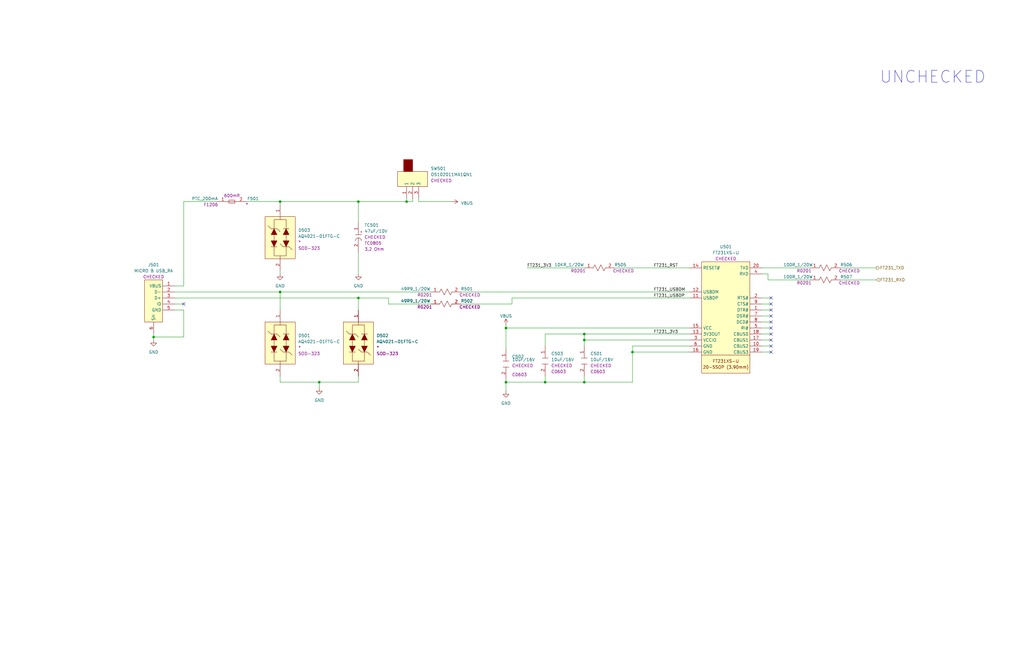
<source format=kicad_sch>
(kicad_sch (version 20230121) (generator eeschema)
  (paper "B")
  (lib_symbols
    (symbol "_SCHLIB_HotPlate:CAP_10uF/16V-C0603"
      (property "Reference" "C" (at 2.54 3.81 0))
      (property "Value" "10uF{slash}16V" (at 2.54 6.35 0))
      (property "SCH CHECK" "CHECKED" (at 2.54 21.59 0))
      (property "Package" "C0603" (at 2.54 24.13 0))
      (symbol "CAP_10uF/16V-C0603_0_0"
        (polyline (pts (xy 5.08 1.27) (xy 5.08 -1.27)))
        (polyline (pts (xy 7.62 1.27) (xy 7.62 -1.27)))
      )
      (symbol "CAP_10uF/16V-C0603_1_1"
        (pin passive line (at 0 0 0) (length 5.08) (name "") (number "1"))
        (pin passive line (at 12.7 0 180) (length 5.08) (name "") (number "2"))
      )
    )
    (symbol "_SCHLIB_HotPlate:CONN_USB MICRO B-10118194-0001LF"
      (property "Reference" "J" (at 2.54 2.54 0))
      (property "Value" "MICRO B USB_RA" (at 2.54 5.08 0))
      (property "SCH CHECK" "CHECKED" (at 2.54 20.32 0))
      (symbol "CONN_USB MICRO B-10118194-0001LF_0_1"
        (rectangle (start 0 0) (end 7.62 -17.78) (fill (type background)))
      )
      (symbol "CONN_USB MICRO B-10118194-0001LF_1_1"
        (pin passive line (at 12.7 -2.54 180) (length 5.08) (name "VBUS") (number "1"))
        (pin passive line (at 12.7 -5.08 180) (length 5.08) (name "D-") (number "2"))
        (pin passive line (at 12.7 -7.62 180) (length 5.08) (name "D+") (number "3"))
        (pin passive line (at 12.7 -10.16 180) (length 5.08) (name "ID") (number "4"))
        (pin passive line (at 12.7 -12.7 180) (length 5.08) (name "GND") (number "5"))
        (pin passive line (at 3.81 -22.86 90) (length 5.08) (name "SH") (number "6"))
      )
    )
    (symbol "_SCHLIB_HotPlate:F_PTC_200mA-F1206"
      (property "Reference" "F" (at 2.54 3.81 0))
      (property "Value" "PTC_200mA" (at 2.54 6.35 0))
      (property "SCH CHECK" "*" (at 2.54 21.59 0))
      (property "Package" "F1206" (at 2.54 24.13 0))
      (property "Ri" "600mR" (at 2.54 26.67 0))
      (symbol "F_PTC_200mA-F1206_0_1"
        (polyline (pts (xy 5.08 0) (xy 7.62 0)))
        (polyline (pts (xy 5.08 0.635) (xy 7.62 0.635) (xy 7.62 -0.635) (xy 5.08 -0.635) (xy 5.08 0.635)))
      )
      (symbol "F_PTC_200mA-F1206_1_1"
        (pin passive line (at 0 0 0) (length 5.08) (name "") (number "1"))
        (pin passive line (at 12.7 0 180) (length 5.08) (name "") (number "2"))
      )
    )
    (symbol "_SCHLIB_HotPlate:IC_FT231XS-U"
      (property "Reference" "U" (at 2.54 2.54 0))
      (property "Value" "FT231XS-U" (at 2.54 5.08 0))
      (property "SCH CHECK" "CHECKED" (at 2.54 20.32 0))
      (symbol "IC_FT231XS-U_0_0"
        (polyline (pts (xy 0 -39.37) (xy 20.32 -39.37)))
        (rectangle (start 0 0) (end 20.32 -46.99) (fill (type background)))
        (text "20-SSOP (3.90mm)" (at 10.16 -44.45 0) (effects (font (size 1.27 1.27))))
        (text "FT231XS-U" (at 10.16 -41.91 0) (effects (font (size 1.27 1.27))))
      )
      (symbol "IC_FT231XS-U_1_1"
        (pin passive line (at 25.4 -20.32 180) (length 5.08) (name "DTR#") (number "1"))
        (pin passive line (at 25.4 -35.56 180) (length 5.08) (name "CBUS2") (number "10"))
        (pin passive line (at -5.08 -15.24 0) (length 5.08) (name "USBDP") (number "11"))
        (pin passive line (at -5.08 -12.7 0) (length 5.08) (name "USBDM") (number "12"))
        (pin passive line (at -5.08 -30.48 0) (length 5.08) (name "3V3OUT") (number "13"))
        (pin passive line (at -5.08 -2.54 0) (length 5.08) (name "RESET#") (number "14"))
        (pin passive line (at -5.08 -27.94 0) (length 5.08) (name "VCC") (number "15"))
        (pin passive line (at -5.08 -38.1 0) (length 5.08) (name "GND") (number "16"))
        (pin passive line (at 25.4 -33.02 180) (length 5.08) (name "CBUS1") (number "17"))
        (pin passive line (at 25.4 -30.48 180) (length 5.08) (name "CBUS0") (number "18"))
        (pin passive line (at 25.4 -38.1 180) (length 5.08) (name "CBUS3") (number "19"))
        (pin passive line (at 25.4 -15.24 180) (length 5.08) (name "RTS#") (number "2"))
        (pin passive line (at 25.4 -2.54 180) (length 5.08) (name "TXD") (number "20"))
        (pin passive line (at -5.08 -33.02 0) (length 5.08) (name "VCCIO") (number "3"))
        (pin passive line (at 25.4 -5.08 180) (length 5.08) (name "RXD") (number "4"))
        (pin passive line (at 25.4 -27.94 180) (length 5.08) (name "RI#") (number "5"))
        (pin passive line (at -5.08 -35.56 0) (length 5.08) (name "GND") (number "6"))
        (pin passive line (at 25.4 -22.86 180) (length 5.08) (name "DSR#") (number "7"))
        (pin passive line (at 25.4 -25.4 180) (length 5.08) (name "DCD#") (number "8"))
        (pin passive line (at 25.4 -17.78 180) (length 5.08) (name "CTS#") (number "9"))
      )
    )
    (symbol "_SCHLIB_HotPlate:RES_100R_1/20W-R0201"
      (property "Reference" "R" (at 2.54 3.81 0))
      (property "Value" "100R_1{slash}20W" (at 2.54 6.35 0))
      (property "SCH CHECK" "CHECKED" (at 2.54 21.59 0))
      (property "Package" "R0201" (at 2.54 24.13 0))
      (symbol "RES_100R_1/20W-R0201_0_0"
        (polyline (pts (xy 3.81 0) (xy 4.445 1.27) (xy 5.715 -1.27) (xy 6.985 1.27) (xy 8.255 -1.27) (xy 8.89 0)))
      )
      (symbol "RES_100R_1/20W-R0201_1_1"
        (pin passive line (at 0 0 0) (length 3.81) (name "") (number "1"))
        (pin passive line (at 12.7 0 180) (length 3.81) (name "") (number "2"))
      )
    )
    (symbol "_SCHLIB_HotPlate:RES_10KR_1/20W-R0201"
      (property "Reference" "R" (at 2.54 5.08 0))
      (property "Value" "10KR_1{slash}20W" (at 2.54 7.62 0))
      (property "SCH CHECK" "CHECKED" (at 2.54 22.86 0))
      (property "Package" "R0201" (at 2.54 25.4 0))
      (symbol "RES_10KR_1/20W-R0201_0_0"
        (polyline (pts (xy 3.81 0) (xy 4.445 1.27) (xy 5.715 -1.27) (xy 6.985 1.27) (xy 8.255 -1.27) (xy 8.89 0)))
      )
      (symbol "RES_10KR_1/20W-R0201_1_1"
        (pin passive line (at 0 0 0) (length 3.81) (name "") (number "1"))
        (pin passive line (at 12.7 0 180) (length 3.81) (name "") (number "2"))
      )
    )
    (symbol "_SCHLIB_HotPlate:RES_49R9_1/20W-R0201"
      (property "Reference" "R" (at 2.54 3.81 0))
      (property "Value" "49R9_1/20W" (at 2.54 6.35 0))
      (property "SCH CHECK" "CHECKED" (at 2.54 21.59 0))
      (property "Package" "R0201" (at 2.54 24.13 0))
      (symbol "RES_49R9_1/20W-R0201_0_0"
        (polyline (pts (xy 3.81 0) (xy 4.445 1.27) (xy 5.715 -1.27) (xy 6.985 1.27) (xy 8.255 -1.27) (xy 8.89 0)))
      )
      (symbol "RES_49R9_1/20W-R0201_1_1"
        (pin passive line (at 0 0 0) (length 3.81) (name "") (number "1"))
        (pin passive line (at 12.7 0 180) (length 3.81) (name "") (number "2"))
      )
    )
    (symbol "_SCHLIB_HotPlate:SW_OS102011MA1QN1"
      (property "Reference" "SW" (at 2.54 2.54 0))
      (property "Value" "OS102011MA1QN1" (at 2.54 5.08 0))
      (property "SCH CHECK" "CHECKED" (at 2.54 20.32 0))
      (symbol "SW_OS102011MA1QN1_0_1"
        (polyline (pts (xy 6.35 -2.54) (xy 11.43 -2.54) (xy 11.43 -6.35) (xy 6.35 -6.35)) (fill (type outline)))
        (rectangle (start 0 0) (end 6.35 -12.7) (fill (type background)))
      )
      (symbol "SW_OS102011MA1QN1_1_1"
        (pin passive line (at -5.08 -3.81 0) (length 5.08) (name "1") (number "1"))
        (pin passive line (at -5.08 -6.35 0) (length 5.08) (name "2") (number "2"))
        (pin passive line (at -5.08 -8.89 0) (length 5.08) (name "3") (number "3"))
      )
    )
    (symbol "_SCHLIB_HotPlate:TCAP_47uF/10V"
      (property "Reference" "TC" (at 2.54 5.08 0))
      (property "Value" "47uF/10V" (at 2.54 7.62 0))
      (property "SCH CHECK" "CHECKED" (at 2.54 22.86 0))
      (property "Package" "TC0805" (at 2.54 25.4 0))
      (property "ESR" "3.2 Ohm" (at 2.54 27.94 0))
      (symbol "TCAP_47uF/10V_0_0"
        (polyline (pts (xy 5.08 1.27) (xy 5.08 -1.27)))
        (arc (start 7.62 1.27) (mid 6.397 0) (end 7.62 -1.27))
        (text "+" (at 3.81 1.27 900) (effects (font (size 0.762 0.762))))
      )
      (symbol "TCAP_47uF/10V_1_1"
        (pin passive line (at 0 0 0) (length 5.08) (name "") (number "1"))
        (pin passive line (at 12.7 0 180) (length 6.35) (name "") (number "2"))
      )
    )
    (symbol "_SCHLIB_HotPlate:TVS_AQ4021-01FTG-C"
      (property "Reference" "D" (at 2.54 5.715 0))
      (property "Value" "AQ4021-01FTG-C" (at 2.54 7.62 0))
      (property "SCH CHECK" "*" (at 2.54 20.32 0))
      (property "Package" "SOD-323" (at 2.54 24.13 0))
      (symbol "TVS_AQ4021-01FTG-C_0_1"
        (polyline (pts (xy 5.08 0) (xy 6.35 0)))
        (polyline (pts (xy 6.35 2.54) (xy 10.16 2.54)))
        (polyline (pts (xy 10.16 3.81) (xy 10.16 1.27)))
        (polyline (pts (xy 12.7 -2.54) (xy 15.24 -2.54)))
        (polyline (pts (xy 12.7 2.54) (xy 15.24 2.54)))
        (polyline (pts (xy 17.78 -1.27) (xy 17.78 -3.81)))
        (polyline (pts (xy 17.78 2.54) (xy 21.59 2.54)))
        (polyline (pts (xy 22.86 0) (xy 21.59 0)))
        (polyline (pts (xy 10.16 -2.54) (xy 6.35 -2.54) (xy 6.35 2.54)))
        (polyline (pts (xy 17.78 -2.54) (xy 21.59 -2.54) (xy 21.59 2.54)))
        (polyline (pts (xy 11.43 0) (xy 10.16 -1.27) (xy 10.16 -3.81) (xy 8.89 -5.08)))
        (polyline (pts (xy 12.7 -3.81) (xy 12.7 -1.27) (xy 10.16 -2.54) (xy 12.7 -3.81)) (fill (type outline)))
        (polyline (pts (xy 12.7 1.27) (xy 12.7 3.81) (xy 10.16 2.54) (xy 12.7 1.27)) (fill (type outline)))
        (polyline (pts (xy 15.24 -1.27) (xy 15.24 -3.81) (xy 17.78 -2.54) (xy 15.24 -1.27)) (fill (type outline)))
        (polyline (pts (xy 15.24 3.81) (xy 15.24 1.27) (xy 17.78 2.54) (xy 15.24 3.81)) (fill (type outline)))
        (polyline (pts (xy 19.05 5.08) (xy 17.78 3.81) (xy 17.78 1.27) (xy 16.51 0)))
        (rectangle (start 5.08 6.35) (end 22.86 -6.35) (fill (type background)))
      )
      (symbol "TVS_AQ4021-01FTG-C_1_1"
        (pin passive line (at 0 0 0) (length 5.08) (name "") (number "1"))
        (pin passive line (at 27.94 0 180) (length 5.08) (name "") (number "2"))
      )
    )
    (symbol "power:GND" (power) (pin_names (offset 0))
      (property "Value" "GND" (at 0 -3.81 0))
      (symbol "GND_0_1"
        (polyline (pts (xy 0 0) (xy 0 -1.27) (xy 1.27 -1.27) (xy 0 -2.54) (xy -1.27 -1.27) (xy 0 -1.27)))
      )
      (symbol "GND_1_1"
        (pin power_in line (at 0 0 270) (length 0) hide (name "GND") (number "1"))
      )
    )
    (symbol "power:VBUS" (power) (pin_names (offset 0))
      (property "Value" "VBUS" (at 0 3.81 0))
      (symbol "VBUS_0_1"
        (polyline (pts (xy -0.762 1.27) (xy 0 2.54)))
        (polyline (pts (xy 0 0) (xy 0 2.54)))
        (polyline (pts (xy 0 2.54) (xy 0.762 1.27)))
      )
      (symbol "VBUS_1_1"
        (pin power_in line (at 0 0 90) (length 0) hide (name "VBUS") (number "1"))
      )
    )
  )
  (junction (at 151.13 125.73))
  (junction (at 213.36 138.43))
  (junction (at 118.11 123.19))
  (junction (at 246.38 143.51))
  (junction (at 171.45 85.09))
  (junction (at 246.38 161.29))
  (junction (at 118.11 85.09))
  (junction (at 213.36 161.29))
  (junction (at 151.13 85.09))
  (junction (at 134.62 161.29))
  (junction (at 229.87 161.29))
  (junction (at 64.77 142.24))
  (junction (at 266.7 148.59))
  (junction (at 246.38 140.97))
  (no_connect (at 325.12 146.05))
  (no_connect (at 325.12 133.35))
  (no_connect (at 77.47 128.27))
  (no_connect (at 325.12 125.73))
  (no_connect (at 325.12 135.89))
  (no_connect (at 325.12 130.81))
  (no_connect (at 325.12 128.27))
  (no_connect (at 325.12 140.97))
  (no_connect (at 325.12 143.51))
  (no_connect (at 325.12 138.43))
  (no_connect (at 325.12 148.59))
  (wire (pts (xy 163.83 128.27) (xy 181.61 128.27)))
  (wire (pts (xy 246.38 143.51) (xy 290.83 143.51)))
  (wire (pts (xy 325.12 135.89) (xy 321.31 135.89)))
  (wire (pts (xy 73.66 120.65) (xy 77.47 120.65)))
  (wire (pts (xy 213.36 138.43) (xy 213.36 147.32)))
  (wire (pts (xy 194.31 123.19) (xy 290.83 123.19)))
  (wire (pts (xy 229.87 146.05) (xy 229.87 140.97)))
  (wire (pts (xy 213.36 160.02) (xy 213.36 161.29)))
  (wire (pts (xy 325.12 143.51) (xy 321.31 143.51)))
  (wire (pts (xy 171.45 85.09) (xy 173.99 85.09)))
  (wire (pts (xy 266.7 146.05) (xy 266.7 148.59)))
  (wire (pts (xy 325.12 125.73) (xy 321.31 125.73)))
  (wire (pts (xy 246.38 140.97) (xy 246.38 143.51)))
  (wire (pts (xy 325.12 138.43) (xy 321.31 138.43)))
  (wire (pts (xy 229.87 161.29) (xy 246.38 161.29)))
  (wire (pts (xy 229.87 140.97) (xy 246.38 140.97)))
  (wire (pts (xy 118.11 158.75) (xy 118.11 161.29)))
  (wire (pts (xy 325.12 146.05) (xy 321.31 146.05)))
  (wire (pts (xy 73.66 123.19) (xy 118.11 123.19)))
  (wire (pts (xy 77.47 85.09) (xy 91.44 85.09)))
  (wire (pts (xy 369.57 118.11) (xy 354.33 118.11)))
  (wire (pts (xy 213.36 161.29) (xy 213.36 165.1)))
  (wire (pts (xy 163.83 128.27) (xy 163.83 125.73)))
  (wire (pts (xy 151.13 115.57) (xy 151.13 106.68)))
  (wire (pts (xy 118.11 85.09) (xy 118.11 86.36)))
  (wire (pts (xy 151.13 125.73) (xy 151.13 130.81)))
  (wire (pts (xy 77.47 130.81) (xy 77.47 142.24)))
  (wire (pts (xy 323.85 118.11) (xy 323.85 115.57)))
  (wire (pts (xy 246.38 161.29) (xy 246.38 158.75)))
  (wire (pts (xy 341.63 118.11) (xy 323.85 118.11)))
  (wire (pts (xy 173.99 83.82) (xy 173.99 85.09)))
  (wire (pts (xy 325.12 148.59) (xy 321.31 148.59)))
  (wire (pts (xy 118.11 123.19) (xy 118.11 130.81)))
  (wire (pts (xy 118.11 85.09) (xy 151.13 85.09)))
  (wire (pts (xy 246.38 146.05) (xy 246.38 143.51)))
  (wire (pts (xy 323.85 115.57) (xy 321.31 115.57)))
  (wire (pts (xy 134.62 161.29) (xy 134.62 163.83)))
  (wire (pts (xy 325.12 140.97) (xy 321.31 140.97)))
  (wire (pts (xy 341.63 113.03) (xy 321.31 113.03)))
  (wire (pts (xy 290.83 146.05) (xy 266.7 146.05)))
  (wire (pts (xy 325.12 128.27) (xy 321.31 128.27)))
  (wire (pts (xy 290.83 138.43) (xy 213.36 138.43)))
  (wire (pts (xy 325.12 130.81) (xy 321.31 130.81)))
  (wire (pts (xy 369.57 113.03) (xy 354.33 113.03)))
  (wire (pts (xy 77.47 128.27) (xy 73.66 128.27)))
  (wire (pts (xy 213.36 161.29) (xy 229.87 161.29)))
  (wire (pts (xy 73.66 125.73) (xy 151.13 125.73)))
  (wire (pts (xy 73.66 130.81) (xy 77.47 130.81)))
  (wire (pts (xy 246.38 140.97) (xy 290.83 140.97)))
  (wire (pts (xy 64.77 140.97) (xy 64.77 142.24)))
  (wire (pts (xy 266.7 161.29) (xy 246.38 161.29)))
  (wire (pts (xy 229.87 158.75) (xy 229.87 161.29)))
  (wire (pts (xy 215.9 125.73) (xy 290.83 125.73)))
  (wire (pts (xy 290.83 148.59) (xy 266.7 148.59)))
  (wire (pts (xy 151.13 85.09) (xy 151.13 93.98)))
  (wire (pts (xy 215.9 125.73) (xy 215.9 128.27)))
  (wire (pts (xy 151.13 125.73) (xy 163.83 125.73)))
  (wire (pts (xy 77.47 142.24) (xy 64.77 142.24)))
  (wire (pts (xy 215.9 128.27) (xy 194.31 128.27)))
  (wire (pts (xy 77.47 85.09) (xy 77.47 120.65)))
  (wire (pts (xy 104.14 85.09) (xy 118.11 85.09)))
  (wire (pts (xy 171.45 85.09) (xy 151.13 85.09)))
  (wire (pts (xy 151.13 161.29) (xy 151.13 158.75)))
  (wire (pts (xy 213.36 137.16) (xy 213.36 138.43)))
  (wire (pts (xy 118.11 114.3) (xy 118.11 115.57)))
  (wire (pts (xy 118.11 161.29) (xy 134.62 161.29)))
  (wire (pts (xy 259.08 113.03) (xy 290.83 113.03)))
  (wire (pts (xy 222.25 113.03) (xy 246.38 113.03)))
  (wire (pts (xy 134.62 161.29) (xy 151.13 161.29)))
  (wire (pts (xy 325.12 133.35) (xy 321.31 133.35)))
  (wire (pts (xy 64.77 142.24) (xy 64.77 143.51)))
  (wire (pts (xy 171.45 83.82) (xy 171.45 85.09)))
  (wire (pts (xy 176.53 85.09) (xy 190.5 85.09)))
  (wire (pts (xy 176.53 83.82) (xy 176.53 85.09)))
  (wire (pts (xy 266.7 148.59) (xy 266.7 161.29)))
  (wire (pts (xy 118.11 123.19) (xy 181.61 123.19)))
  (text "UNCHECKED" (at 370.84 35.56 0) (effects (font (size 5 5)) (justify left bottom)))
  (label "FT231_USBDM" (at 275.59 123.19 0))
  (label "FT231_USBDP" (at 275.59 125.73 0))
  (label "FT231_3V3" (at 275.59 140.97 0))
  (label "FT231_3V3" (at 222.25 113.03 0))
  (label "FT231_RST" (at 275.59 113.03 0))
  (hierarchical_label "FT231_TXD" (shape output) (at 369.57 113.03 0))
  (hierarchical_label "FT231_RXD" (shape input) (at 369.57 118.11 0))
  (symbol (lib_id "_SCHLIB_HotPlate:RES_100R_1/20W-R0201") (at 341.63 113.03 0) (unit 1)
    (property "Reference" "R506" (at 356.87 111.76 0))
    (property "Value" "100R_1/20W" (at 336.55 111.76 0))
    (property "Footprint" "Resistor_SMD:R_0201_0603Metric" (effects hide))
    (property "Datasheet" "https://www.seielect.com/Catalog/SEI-RMCF_RMCP.pdf" (effects hide))
    (property "Description" "100 Ohms ±1% 0.05W, 1/20W Chip Resistor 0201 (0603 Metric) Thick Film" (effects hide))
    (property "Part Number" "RMCF0201FT100R" (effects hide))
    (property "Link" "https://www.digikey.ca/en/products/detail/stackpole-electronics-inc/RMCF0201FT100R/1714988" (effects hide))
    (property "SCH CHECK" "CHECKED" (at 358.14 114.3 0))
    (property "Package" "R0201" (at 339.09 114.3 0))
  )
  (symbol (lib_id "power:GND") (at 134.62 163.83 0) (unit 1)
    (property "Reference" "#PWR0501" (effects hide))
    (property "Value" "GND" (at 134.62 168.91 0))
  )
  (symbol (lib_id "_SCHLIB_HotPlate:RES_100R_1/20W-R0201") (at 341.63 118.11 0) (unit 1)
    (property "Reference" "R507" (at 356.87 116.84 0))
    (property "Value" "100R_1/20W" (at 336.55 116.84 0))
    (property "Footprint" "Resistor_SMD:R_0201_0603Metric" (effects hide))
    (property "Datasheet" "https://www.seielect.com/Catalog/SEI-RMCF_RMCP.pdf" (effects hide))
    (property "Description" "100 Ohms ±1% 0.05W, 1/20W Chip Resistor 0201 (0603 Metric) Thick Film" (effects hide))
    (property "Part Number" "RMCF0201FT100R" (effects hide))
    (property "Link" "https://www.digikey.ca/en/products/detail/stackpole-electronics-inc/RMCF0201FT100R/1714988" (effects hide))
    (property "SCH CHECK" "CHECKED" (at 358.14 119.38 0))
    (property "Package" "R0201" (at 339.09 119.38 0))
  )
  (symbol (lib_id "power:VBUS") (at 213.36 137.16 0) (unit 1)
    (property "Reference" "#PWR0507" (effects hide))
    (property "Value" "VBUS" (at 213.36 133.35 0))
  )
  (symbol (lib_id "_SCHLIB_HotPlate:RES_49R9_1/20W-R0201") (at 181.61 128.27 0) (unit 1)
    (property "Reference" "R502" (at 196.85 127 0))
    (property "Value" "49R9_1/20W" (at 175.26 127 0))
    (property "Footprint" "Resistor_SMD:R_0201_0603Metric" (effects hide))
    (property "Datasheet" "https://www.seielect.com/Catalog/SEI-RMCF_RMCP.pdf" (effects hide))
    (property "Description" "49.9 Ohms ±1% 0.05W, 1/20W Chip Resistor 0201 (0603 Metric) Thick Film" (effects hide))
    (property "Part Number" "RMCF0201FT49R9" (effects hide))
    (property "Link" "https://www.digikey.ca/en/products/detail/stackpole-electronics-inc/RMCF0201FT49R9/1715030" (effects hide))
    (property "SCH CHECK" "CHECKED" (at 198.12 129.54 0))
    (property "Package" "R0201" (at 179.07 129.54 0))
  )
  (symbol (lib_id "power:GND") (at 64.77 143.51 0) (unit 1)
    (property "Reference" "#PWR0503" (effects hide))
    (property "Value" "GND" (at 64.77 148.59 0))
  )
  (symbol (lib_id "_SCHLIB_HotPlate:RES_10KR_1/20W-R0201") (at 246.38 113.03 0) (unit 1)
    (property "Reference" "R505" (at 261.62 111.76 0))
    (property "Value" "10KR_1/20W" (at 240.03 111.76 0))
    (property "Footprint" "Resistor_SMD:R_0201_0603Metric" (effects hide))
    (property "Datasheet" "https://www.seielect.com/Catalog/SEI-RMCF_RMCP.pdf" (effects hide))
    (property "Description" "10 kOhms ±1% 0.05W, 1/20W Chip Resistor 0201 (0603 Metric) Thick Film" (effects hide))
    (property "Part Number" "RMCF0201FT10K0" (effects hide))
    (property "Link" "https://www.digikey.ca/en/products/detail/stackpole-electronics-inc/RMCF0201FT10K0/1714990" (effects hide))
    (property "SCH CHECK" "CHECKED" (at 262.89 114.3 0))
    (property "Package" "R0201" (at 243.84 114.3 0))
  )
  (symbol (lib_id "power:GND") (at 213.36 165.1 0) (unit 1)
    (property "Reference" "#PWR0506" (effects hide))
    (property "Value" "GND" (at 213.36 170.18 0))
  )
  (symbol (lib_id "_SCHLIB_HotPlate:CAP_10uF/16V-C0603") (at 229.87 146.05 270) (unit 1)
    (property "Reference" "C503" (at 232.41 149.225 90) (effects (justify left)))
    (property "Value" "10uF/16V" (at 232.41 151.765 90) (effects (justify left)))
    (property "Footprint" "Capacitor_SMD:C_0603_1608Metric" (effects hide))
    (property "Datasheet" "https://search.murata.co.jp/Ceramy/image/img/A01X/G101/ENG/GRT188R61C106KE13-01.pdf" (effects hide))
    (property "Description" "10 µF ±10% 16V Ceramic Capacitor X5R 0603 (1608 Metric)" (effects hide))
    (property "Part Number" "GRT188R61C106KE13J" (effects hide))
    (property "Link" "https://www.digikey.ca/en/products/detail/murata-electronics/GRT188R61C106KE13J/13904802" (effects hide))
    (property "SCH CHECK" "CHECKED" (at 232.41 154.305 90) (effects (justify left)))
    (property "Package" "C0603" (at 232.41 156.845 90) (effects (justify left)))
  )
  (symbol (lib_id "power:VBUS") (at 190.5 85.09 270) (unit 1)
    (property "Reference" "#PWR0504" (effects hide))
    (property "Value" "VBUS" (at 194.31 85.725 90) (effects (justify left)))
  )
  (symbol (lib_id "_SCHLIB_HotPlate:IC_FT231XS-U") (at 295.91 110.49 0) (unit 1)
    (property "Reference" "U501" (at 306.07 104.14 0))
    (property "Value" "FT231XS-U" (at 306.07 106.68 0))
    (property "Footprint" "Package_SO:SSOP-20_3.9x8.7mm_P0.635mm" (effects hide))
    (property "Datasheet" "https://www.ftdichip.com/Support/Documents/DataSheets/ICs/DS_FT231X.pdf" (effects hide))
    (property "Description" "USB Bridge, USB to UART USB 2.0 UART Interface 20-SSOP" (effects hide))
    (property "Part Number" "FT231XS-U" (effects hide))
    (property "Link" "https://www.digikey.ca/en/products/detail/ftdi-future-technology-devices-international-ltd/FT231XS-U/3749471" (effects hide))
    (property "SCH CHECK" "CHECKED" (at 306.07 109.22 0))
  )
  (symbol (lib_id "_SCHLIB_HotPlate:TVS_AQ4021-01FTG-C") (at 151.13 130.81 270) (unit 1)
    (property "Reference" "D502" (at 158.75 141.605 90) (effects (justify left)))
    (property "Value" "AQ4021-01FTG-C" (at 158.75 144.145 90) (effects (justify left)))
    (property "Footprint" "Diode_SMD:D_SOD-323" (effects hide))
    (property "Datasheet" "https://www.littelfuse.com/~/media/electronics/datasheets/tvs_diode_arrays/littelfuse_tvs_diode_array_aq4021_datasheet.pdf.pdf" (effects hide))
    (property "Description" "20.5V (Typ) Clamp 25A (8/20µs) Ipp Tvs Diode Surface Mount SOD-323" (effects hide))
    (property "Part Number" "AQ4021-01FTG-C" (effects hide))
    (property "Link" "https://www.digikey.ca/en/products/detail/littelfuse-inc/AQ4021-01FTG-C/7902200" (effects hide))
    (property "SCH CHECK" "*" (at 158.75 146.685 90) (effects (justify left)))
    (property "Package" "SOD-323" (at 158.75 149.225 90) (effects (justify left)))
  )
  (symbol (lib_id "power:GND") (at 151.13 115.57 0) (unit 1)
    (property "Reference" "#PWR0505" (effects hide))
    (property "Value" "GND" (at 151.13 120.65 0))
  )
  (symbol (lib_id "_SCHLIB_HotPlate:TVS_AQ4021-01FTG-C") (at 118.11 130.81 270) (unit 1)
    (property "Reference" "D501" (at 125.73 141.605 90) (effects (justify left)))
    (property "Value" "AQ4021-01FTG-C" (at 125.73 144.145 90) (effects (justify left)))
    (property "Footprint" "Diode_SMD:D_SOD-323" (effects hide))
    (property "Datasheet" "https://www.littelfuse.com/~/media/electronics/datasheets/tvs_diode_arrays/littelfuse_tvs_diode_array_aq4021_datasheet.pdf.pdf" (effects hide))
    (property "Description" "20.5V (Typ) Clamp 25A (8/20µs) Ipp Tvs Diode Surface Mount SOD-323" (effects hide))
    (property "Part Number" "AQ4021-01FTG-C" (effects hide))
    (property "Link" "https://www.digikey.ca/en/products/detail/littelfuse-inc/AQ4021-01FTG-C/7902200" (effects hide))
    (property "SCH CHECK" "*" (at 125.73 146.685 90) (effects (justify left)))
    (property "Package" "SOD-323" (at 125.73 149.225 90) (effects (justify left)))
  )
  (symbol (lib_id "_SCHLIB_HotPlate:SW_OS102011MA1QN1") (at 167.64 78.74 90) (unit 1)
    (property "Reference" "SW501" (at 181.61 71.12 90) (effects (justify right)))
    (property "Value" "OS102011MA1QN1" (at 181.61 73.66 90) (effects (justify right)))
    (property "Footprint" "Button_Switch_THT:SW_CuK_OS102011MA1QN1_SPDT_Angled" (effects hide))
    (property "Datasheet" "https://www.ckswitches.com/media/1428/os.pdf" (effects hide))
    (property "Description" "Slide Switch SPDT Through Hole, Right Angle" (effects hide))
    (property "Part Number" "OS102011MA1QN1" (effects hide))
    (property "Link" "https://www.digikey.ca/en/products/detail/c-k/OS102011MA1QN1/1981430" (effects hide))
    (property "SCH CHECK" "CHECKED" (at 181.61 76.2 90) (effects (justify right)))
  )
  (symbol (lib_id "_SCHLIB_HotPlate:CONN_USB MICRO B-10118194-0001LF") (at 60.96 118.11 0) (unit 1)
    (property "Reference" "J501" (at 64.77 111.76 0))
    (property "Value" "MICRO B USB_RA" (at 64.77 114.3 0))
    (property "Footprint" "Connector_USB:USB_Micro-B_Amphenol_10118194_Horizontal" (effects hide))
    (property "Datasheet" "https://www.amphenol-cs.com/media/wysiwyg/files/drawing/10118194.pdf" (effects hide))
    (property "Description" "USB - micro B USB 2.0 Receptacle Connector 5 Position Surface Mount, Right Angle; Through Hole" (effects hide))
    (property "Part Number" "10118194-0001LF" (effects hide))
    (property "Link" "https://www.digikey.ca/en/products/detail/amphenol-cs-fci/10118194-0001LF/2785389" (effects hide))
    (property "SCH CHECK" "CHECKED" (at 64.77 116.84 0))
  )
  (symbol (lib_id "_SCHLIB_HotPlate:RES_49R9_1/20W-R0201") (at 181.61 123.19 0) (unit 1)
    (property "Reference" "R501" (at 196.85 121.92 0))
    (property "Value" "49R9_1/20W" (at 175.26 121.92 0))
    (property "Footprint" "Resistor_SMD:R_0201_0603Metric" (effects hide))
    (property "Datasheet" "https://www.seielect.com/Catalog/SEI-RMCF_RMCP.pdf" (effects hide))
    (property "Description" "49.9 Ohms ±1% 0.05W, 1/20W Chip Resistor 0201 (0603 Metric) Thick Film" (effects hide))
    (property "Part Number" "RMCF0201FT49R9" (effects hide))
    (property "Link" "https://www.digikey.ca/en/products/detail/stackpole-electronics-inc/RMCF0201FT49R9/1715030" (effects hide))
    (property "SCH CHECK" "CHECKED" (at 198.12 124.46 0))
    (property "Package" "R0201" (at 179.07 124.46 0))
  )
  (symbol (lib_id "_SCHLIB_HotPlate:CAP_10uF/16V-C0603") (at 246.38 146.05 270) (unit 1)
    (property "Reference" "C501" (at 248.92 149.225 90) (effects (justify left)))
    (property "Value" "10uF/16V" (at 248.92 151.765 90) (effects (justify left)))
    (property "Footprint" "Capacitor_SMD:C_0603_1608Metric" (effects hide))
    (property "Datasheet" "https://search.murata.co.jp/Ceramy/image/img/A01X/G101/ENG/GRT188R61C106KE13-01.pdf" (effects hide))
    (property "Description" "10 µF ±10% 16V Ceramic Capacitor X5R 0603 (1608 Metric)" (effects hide))
    (property "Part Number" "GRT188R61C106KE13J" (effects hide))
    (property "Link" "https://www.digikey.ca/en/products/detail/murata-electronics/GRT188R61C106KE13J/13904802" (effects hide))
    (property "SCH CHECK" "CHECKED" (at 248.92 154.305 90) (effects (justify left)))
    (property "Package" "C0603" (at 248.92 156.845 90) (effects (justify left)))
  )
  (symbol (lib_id "power:GND") (at 118.11 115.57 0) (unit 1)
    (property "Reference" "#PWR0502" (effects hide))
    (property "Value" "GND" (at 118.11 120.65 0))
  )
  (symbol (lib_id "_SCHLIB_HotPlate:CAP_10uF/16V-C0603") (at 213.36 147.32 270) (unit 1)
    (property "Reference" "C502" (at 215.9 150.495 90) (effects (justify left)))
    (property "Value" "10uF/16V" (at 215.9 151.765 90) (effects (justify left)))
    (property "Footprint" "Capacitor_SMD:C_0603_1608Metric" (effects hide))
    (property "Datasheet" "https://search.murata.co.jp/Ceramy/image/img/A01X/G101/ENG/GRT188R61C106KE13-01.pdf" (effects hide))
    (property "Description" "10 µF ±10% 16V Ceramic Capacitor X5R 0603 (1608 Metric)" (effects hide))
    (property "Part Number" "GRT188R61C106KE13J" (effects hide))
    (property "Link" "https://www.digikey.ca/en/products/detail/murata-electronics/GRT188R61C106KE13J/13904802" (effects hide))
    (property "SCH CHECK" "CHECKED" (at 215.9 154.305 90) (effects (justify left)))
    (property "Package" "C0603" (at 215.9 158.115 90) (effects (justify left)))
  )
  (symbol (lib_id "_SCHLIB_HotPlate:TVS_AQ4021-01FTG-C") (at 118.11 86.36 270) (unit 1)
    (property "Reference" "D503" (at 125.73 97.155 90) (effects (justify left)))
    (property "Value" "AQ4021-01FTG-C" (at 125.73 99.695 90) (effects (justify left)))
    (property "Footprint" "Diode_SMD:D_SOD-323" (effects hide))
    (property "Datasheet" "https://www.littelfuse.com/~/media/electronics/datasheets/tvs_diode_arrays/littelfuse_tvs_diode_array_aq4021_datasheet.pdf.pdf" (effects hide))
    (property "Description" "20.5V (Typ) Clamp 25A (8/20µs) Ipp Tvs Diode Surface Mount SOD-323" (effects hide))
    (property "Part Number" "AQ4021-01FTG-C" (effects hide))
    (property "Link" "https://www.digikey.ca/en/products/detail/littelfuse-inc/AQ4021-01FTG-C/7902200" (effects hide))
    (property "SCH CHECK" "*" (at 125.73 102.235 90) (effects (justify left)))
    (property "Package" "SOD-323" (at 125.73 104.775 90) (effects (justify left)))
  )
  (symbol (lib_id "_SCHLIB_HotPlate:TCAP_47uF/10V") (at 151.13 93.98 270) (unit 1)
    (property "Reference" "TC501" (at 153.67 94.9999 90) (effects (justify left)))
    (property "Value" "47uF/10V" (at 153.67 97.5399 90) (effects (justify left)))
    (property "Footprint" "Capacitor_Tantalum_SMD:CP_EIA-2012-12_Kemet-R" (effects hide))
    (property "Datasheet" "https://datasheets.kyocera-avx.com/TLJ.pdf" (effects hide))
    (property "Description" "47 µF Molded Tantalum Capacitors 10 V 0805 (2012 Metric) 3.2Ohm" (effects hide))
    (property "Part Number" "TLJR476M010R3200" (effects hide))
    (property "Link" "https://www.digikey.ca/en/products/detail/kyocera-avx/TLJR476M010R3200/2197008" (effects hide))
    (property "SCH CHECK" "CHECKED" (at 153.67 100.0799 90) (effects (justify left)))
    (property "Package" "TC0805" (at 153.67 102.6199 90) (effects (justify left)))
    (property "ESR" "3.2 Ohm" (at 153.67 105.1599 90) (effects (justify left)))
  )
  (symbol (lib_id "_SCHLIB_HotPlate:F_PTC_200mA-F1206") (at 91.44 85.09 0) (unit 1)
    (property "Reference" "F501" (at 106.68 83.82 0))
    (property "Value" "PTC_200mA" (at 86.36 83.82 0))
    (property "Footprint" "Fuse:Fuse_1206_3216Metric" (effects hide))
    (property "Datasheet" "https://www.belfuse.com/resources/datasheets/circuitprotection/ds-cp-0zcj-series.pdf" (effects hide))
    (property "Description" "Polymeric PTC Resettable Fuse 30V 200 mA Ih Surface Mount 1206 (3216 Metric), Concave" (effects hide))
    (property "Part Number" "0ZCJ0020FF2E" (effects hide))
    (property "Link" "https://www.digikey.ca/en/products/detail/bel-fuse-inc/0ZCJ0020FF2E/4156326" (effects hide))
    (property "SCH CHECK" "*" (at 104.14 86.36 0))
    (property "Package" "F1206" (at 88.9 86.36 0))
    (property "Ri" "600mR" (at 97.79 82.55 0))
  )
)
</source>
